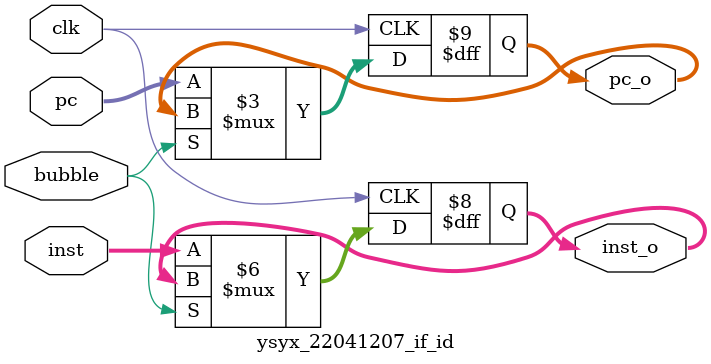
<source format=v>
module ysyx_22041207_if_id (
    input clk,
    input bubble,
    input [31:0] inst,
    input [63:0] pc,
    output reg [31:0] inst_o,
    output reg [63:0] pc_o
);
always @(negedge clk) begin
    if (bubble) begin
        inst_o <= inst_o;
        pc_o <= pc_o;
        $display("npc:%x", pc_o);
    end else begin
        inst_o <= inst;
        pc_o <= pc;
        $display("npc:%x", pc);
    end
end
endmodule
</source>
